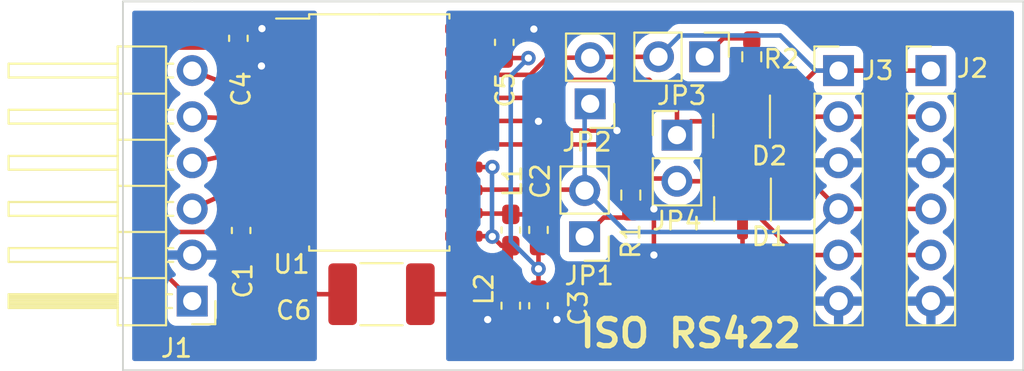
<source format=kicad_pcb>
(kicad_pcb (version 20221231) (generator pcbnew)
  (layers (0 "F.Cu" signal) (31 "B.Cu" signal) (34 "B.Paste" user) (35 "F.Paste" user) (36 "B.SilkS" user "B.Silkscreen") (37 "F.SilkS" user "F.Silkscreen") (38 "B.Mask" user) (39 "F.Mask" user) (44 "Edge.Cuts" user))
  (net 0 "")
  (net 1 "GND")
  (net 2 "/VCC")
  (net 3 "Net-(U1-Visoout)")
  (net 4 "Net-(U1-GND2)")
  (net 5 "Net-(U1-Visoin)")
  (net 6 "GND1")
  (net 7 "Net-(D1-A1)")
  (net 8 "Net-(D1-A2)")
  (net 9 "Net-(D2-A1)")
  (net 10 "Net-(D2-A2)")
  (net 11 "/RX")
  (net 12 "/~{RE}")
  (net 13 "/DE")
  (net 14 "/TX")
  (net 15 "Net-(JP1-A)")
  (net 16 "Net-(JP3-A)")
  (footprint "Resistor_SMD:R_0603_1608Metric_Pad0.98x0.95mm_HandSolder" (layer "F.Cu") (at 124.7648 55.118 -90)
    (fp_text reference "R2" (at 0.127 -1.6256 180) (layer "F.SilkS"))
    (fp_text value "120")
    (fp_line (start -0.254724 -0.5225) (end 0.254724 -0.5225) (stroke (width 0.12)) (layer "F.SilkS"))
    (fp_line (start -0.254724 0.5225) (end 0.254724 0.5225) (stroke (width 0.12)) (layer "F.SilkS"))
    (pad "1" smd roundrect (at -0.9125 0 270) (size 0.975 0.95) (layers "F.Cu" "F.Paste" "F.Mask") (net 16 "Net-(JP3-A)"))
    (pad "2" smd roundrect (at 0.9125 0 270) (size 0.975 0.95) (layers "F.Cu" "F.Paste" "F.Mask") (net 10 "Net-(D2-A2)"))
  )
  (footprint "Capacitor_SMD:C_1812_4532Metric_Pad1.57x3.40mm_HandSolder" (layer "F.Cu") (at 104.394 68.199)
    (fp_text reference "C6" (at -4.826 0.889) (layer "F.SilkS"))
    (fp_text value "100p")
    (fp_line (start -1.161252 -1.71) (end 1.161252 -1.71) (stroke (width 0.12)) (layer "F.SilkS"))
    (fp_line (start -1.161252 1.71) (end 1.161252 1.71) (stroke (width 0.12)) (layer "F.SilkS"))
    (pad "1" smd roundrect (at -2.1375 0) (size 1.575 3.4) (layers "F.Cu" "F.Paste" "F.Mask") (roundrect_rratio 0.15873) (net 1 "GND"))
    (pad "2" smd roundrect (at 2.1375 0) (size 1.575 3.4) (layers "F.Cu" "F.Paste" "F.Mask") (roundrect_rratio 0.15873) (net 4 "Net-(U1-GND2)"))
  )
  (footprint "Inductor_SMD:L_0603_1608Metric_Pad1.05x0.95mm_HandSolder" (layer "F.Cu") (at 111.506 68.834 90)
    (fp_text reference "L2" (at 0.9144 -1.4732 90) (layer "F.SilkS"))
    (fp_text value "L")
    (fp_line (start -0.171267 -0.51) (end 0.171267 -0.51) (stroke (width 0.12)) (layer "F.SilkS"))
    (fp_line (start -0.171267 0.51) (end 0.171267 0.51) (stroke (width 0.12)) (layer "F.SilkS"))
    (pad "1" smd roundrect (at -0.875 0 90) (size 1.05 0.95) (layers "F.Cu" "F.Paste" "F.Mask") (net 6 "GND1"))
    (pad "2" smd roundrect (at 0.875 0 90) (size 1.05 0.95) (layers "F.Cu" "F.Paste" "F.Mask") (net 4 "Net-(U1-GND2)"))
  )
  (footprint "Resistor_SMD:R_0603_1608Metric_Pad0.98x0.95mm_HandSolder" (layer "F.Cu") (at 118.11 62.738 90)
    (fp_text reference "R1" (at -2.54 0 270) (layer "F.SilkS"))
    (fp_text value "120")
    (fp_line (start -0.254724 -0.5225) (end 0.254724 -0.5225) (stroke (width 0.12)) (layer "F.SilkS"))
    (fp_line (start -0.254724 0.5225) (end 0.254724 0.5225) (stroke (width 0.12)) (layer "F.SilkS"))
    (pad "1" smd roundrect (at -0.9125 0 90) (size 0.975 0.95) (layers "F.Cu" "F.Paste" "F.Mask") (net 15 "Net-(JP1-A)"))
    (pad "2" smd roundrect (at 0.9125 0 90) (size 0.975 0.95) (layers "F.Cu" "F.Paste" "F.Mask") (net 8 "Net-(D1-A2)"))
  )
  (footprint "Connector_PinHeader_2.54mm:PinHeader_1x06_P2.54mm_Vertical" (layer "F.Cu") (at 134.62 55.88)
    (fp_text reference "J2" (at 2.286 -0.127) (layer "F.SilkS"))
    (fp_text value "OUT")
    (fp_line (start -1.33 -1.33) (end 0 -1.33) (stroke (width 0.12)) (layer "F.SilkS"))
    (fp_line (start -1.33 0) (end -1.33 -1.33) (stroke (width 0.12)) (layer "F.SilkS"))
    (fp_line (start -1.33 1.27) (end -1.33 14.03) (stroke (width 0.12)) (layer "F.SilkS"))
    (fp_line (start -1.33 1.27) (end 1.33 1.27) (stroke (width 0.12)) (layer "F.SilkS"))
    (fp_line (start -1.33 14.03) (end 1.33 14.03) (stroke (width 0.12)) (layer "F.SilkS"))
    (fp_line (start 1.33 1.27) (end 1.33 14.03) (stroke (width 0.12)) (layer "F.SilkS"))
    (pad "1" thru_hole rect (at 0 0) (size 1.7 1.7) (drill 1) (layers *.Cu *.Mask) (net 9 "Net-(D2-A1)"))
    (pad "2" thru_hole oval (at 0 2.54) (size 1.7 1.7) (drill 1) (layers *.Cu *.Mask) (net 10 "Net-(D2-A2)"))
    (pad "3" thru_hole oval (at 0 5.08) (size 1.7 1.7) (drill 1) (layers *.Cu *.Mask) (net 6 "GND1"))
    (pad "4" thru_hole oval (at 0 7.62) (size 1.7 1.7) (drill 1) (layers *.Cu *.Mask) (net 7 "Net-(D1-A1)"))
    (pad "5" thru_hole oval (at 0 10.16) (size 1.7 1.7) (drill 1) (layers *.Cu *.Mask) (net 8 "Net-(D1-A2)"))
    (pad "6" thru_hole oval (at 0 12.7) (size 1.7 1.7) (drill 1) (layers *.Cu *.Mask) (net 6 "GND1"))
  )
  (footprint "Capacitor_SMD:C_0603_1608Metric_Pad1.08x0.95mm_HandSolder" (layer "F.Cu") (at 96.6714 64.6874 90)
    (fp_text reference "C1" (at -2.775 0.1026 90) (layer "F.SilkS"))
    (fp_text value "10u")
    (fp_line (start -0.146267 -0.51) (end 0.146267 -0.51) (stroke (width 0.12)) (layer "F.SilkS"))
    (fp_line (start -0.146267 0.51) (end 0.146267 0.51) (stroke (width 0.12)) (layer "F.SilkS"))
    (pad "1" smd roundrect (at -0.8625 0 90) (size 1.075 0.95) (layers "F.Cu" "F.Paste" "F.Mask") (net 1 "GND"))
    (pad "2" smd roundrect (at 0.8625 0 90) (size 1.075 0.95) (layers "F.Cu" "F.Paste" "F.Mask") (net 2 "/VCC"))
  )
  (footprint "Connector_PinHeader_2.54mm:PinHeader_1x02_P2.54mm_Vertical" (layer "F.Cu") (at 115.8748 57.7088 180)
    (fp_text reference "JP2" (at 0.1778 -2.1082 180) (layer "F.SilkS"))
    (fp_text value "A-Y")
    (fp_line (start -1.33 -1.33) (end 0 -1.33) (stroke (width 0.12)) (layer "F.SilkS"))
    (fp_line (start -1.33 0) (end -1.33 -1.33) (stroke (width 0.12)) (layer "F.SilkS"))
    (fp_line (start -1.33 1.27) (end -1.33 3.87) (stroke (width 0.12)) (layer "F.SilkS"))
    (fp_line (start -1.33 1.27) (end 1.33 1.27) (stroke (width 0.12)) (layer "F.SilkS"))
    (fp_line (start -1.33 3.87) (end 1.33 3.87) (stroke (width 0.12)) (layer "F.SilkS"))
    (fp_line (start 1.33 1.27) (end 1.33 3.87) (stroke (width 0.12)) (layer "F.SilkS"))
    (pad "1" thru_hole rect (at 0 0 180) (size 1.7 1.7) (drill 1) (layers *.Cu *.Mask) (net 7 "Net-(D1-A1)"))
    (pad "2" thru_hole oval (at 0 2.54 180) (size 1.7 1.7) (drill 1) (layers *.Cu *.Mask) (net 9 "Net-(D2-A1)"))
  )
  (footprint "Package_TO_SOT_SMD:SOT-23" (layer "F.Cu") (at 124.2568 63.5 -90)
    (fp_text reference "D1" (at 1.524 -1.4732 180) (layer "F.SilkS"))
    (fp_text value "SM712_SOT23")
    (fp_line (start 0 -1.56) (end -1.675 -1.56) (stroke (width 0.12)) (layer "F.SilkS"))
    (fp_line (start 0 -1.56) (end 0.65 -1.56) (stroke (width 0.12)) (layer "F.SilkS"))
    (fp_line (start 0 1.56) (end -0.65 1.56) (stroke (width 0.12)) (layer "F.SilkS"))
    (fp_line (start 0 1.56) (end 0.65 1.56) (stroke (width 0.12)) (layer "F.SilkS"))
    (pad "1" smd roundrect (at -0.9375 -0.95 270) (size 1.475 0.6) (layers "F.Cu" "F.Paste" "F.Mask") (net 7 "Net-(D1-A1)"))
    (pad "2" smd roundrect (at -0.9375 0.95 270) (size 1.475 0.6) (layers "F.Cu" "F.Paste" "F.Mask") (net 8 "Net-(D1-A2)"))
    (pad "3" smd roundrect (at 0.9375 0 270) (size 1.475 0.6) (layers "F.Cu" "F.Paste" "F.Mask") (net 6 "GND1"))
  )
  (footprint "Package_SO:SOIC-20W_7.5x12.8mm_P1.27mm" (layer "F.Cu") (at 104.2728 59.2882)
    (fp_text reference "U1" (at -4.8318 7.2598) (layer "F.SilkS"))
    (fp_text value "ADM2587E")
    (fp_line (start -3.86 -6.51) (end -3.86 -6.275) (stroke (width 0.12)) (layer "F.SilkS"))
    (fp_line (start -3.86 -6.275) (end -5.675 -6.275) (stroke (width 0.12)) (layer "F.SilkS"))
    (fp_line (start -3.86 6.51) (end -3.86 6.275) (stroke (width 0.12)) (layer "F.SilkS"))
    (fp_line (start 0 -6.51) (end -3.86 -6.51) (stroke (width 0.12)) (layer "F.SilkS"))
    (fp_line (start 0 -6.51) (end 3.86 -6.51) (stroke (width 0.12)) (layer "F.SilkS"))
    (fp_line (start 0 6.51) (end -3.86 6.51) (stroke (width 0.12)) (layer "F.SilkS"))
    (fp_line (start 0 6.51) (end 3.86 6.51) (stroke (width 0.12)) (layer "F.SilkS"))
    (fp_line (start 3.86 -6.51) (end 3.86 -6.275) (stroke (width 0.12)) (layer "F.SilkS"))
    (fp_line (start 3.86 6.51) (end 3.86 6.275) (stroke (width 0.12)) (layer "F.SilkS"))
    (pad "1" smd roundrect (at -4.65 -5.715) (size 2.05 0.6) (layers "F.Cu" "F.Paste" "F.Mask") (net 1 "GND"))
    (pad "2" smd roundrect (at -4.65 -4.445) (size 2.05 0.6) (layers "F.Cu" "F.Paste" "F.Mask") (net 2 "/VCC"))
    (pad "3" smd roundrect (at -4.65 -3.175) (size 2.05 0.6) (layers "F.Cu" "F.Paste" "F.Mask") (net 1 "GND"))
    (pad "4" smd roundrect (at -4.65 -1.905) (size 2.05 0.6) (layers "F.Cu" "F.Paste" "F.Mask") (net 11 "/RX"))
    (pad "5" smd roundrect (at -4.65 -0.635) (size 2.05 0.6) (layers "F.Cu" "F.Paste" "F.Mask") (net 12 "/~{RE}"))
    (pad "6" smd roundrect (at -4.65 0.635) (size 2.05 0.6) (layers "F.Cu" "F.Paste" "F.Mask") (net 13 "/DE"))
    (pad "7" smd roundrect (at -4.65 1.905) (size 2.05 0.6) (layers "F.Cu" "F.Paste" "F.Mask") (net 14 "/TX"))
    (pad "8" smd roundrect (at -4.65 3.175) (size 2.05 0.6) (layers "F.Cu" "F.Paste" "F.Mask") (net 2 "/VCC"))
    (pad "9" smd roundrect (at -4.65 4.445) (size 2.05 0.6) (layers "F.Cu" "F.Paste" "F.Mask") (net 1 "GND"))
    (pad "10" smd roundrect (at -4.65 5.715) (size 2.05 0.6) (layers "F.Cu" "F.Paste" "F.Mask") (net 1 "GND"))
    (pad "11" smd roundrect (at 4.65 5.715) (size 2.05 0.6) (layers "F.Cu" "F.Paste" "F.Mask") (net 4 "Net-(U1-GND2)"))
    (pad "12" smd roundrect (at 4.65 4.445) (size 2.05 0.6) (layers "F.Cu" "F.Paste" "F.Mask") (net 3 "Net-(U1-Visoout)"))
    (pad "13" smd roundrect (at 4.65 3.175) (size 2.05 0.6) (layers "F.Cu" "F.Paste" "F.Mask") (net 7 "Net-(D1-A1)"))
    (pad "14" smd roundrect (at 4.65 1.905) (size 2.05 0.6) (layers "F.Cu" "F.Paste" "F.Mask") (net 4 "Net-(U1-GND2)"))
    (pad "15" smd roundrect (at 4.65 0.635) (size 2.05 0.6) (layers "F.Cu" "F.Paste" "F.Mask") (net 8 "Net-(D1-A2)"))
    (pad "16" smd roundrect (at 4.65 -0.635) (size 2.05 0.6) (layers "F.Cu" "F.Paste" "F.Mask") (net 6 "GND1"))
    (pad "17" smd roundrect (at 4.65 -1.905) (size 2.05 0.6) (layers "F.Cu" "F.Paste" "F.Mask") (net 10 "Net-(D2-A2)"))
    (pad "18" smd roundrect (at 4.65 -3.175) (size 2.05 0.6) (layers "F.Cu" "F.Paste" "F.Mask") (net 9 "Net-(D2-A1)"))
    (pad "19" smd roundrect (at 4.65 -4.445) (size 2.05 0.6) (layers "F.Cu" "F.Paste" "F.Mask") (net 5 "Net-(U1-Visoin)"))
    (pad "20" smd roundrect (at 4.65 -5.715) (size 2.05 0.6) (layers "F.Cu" "F.Paste" "F.Mask") (net 6 "GND1"))
  )
  (footprint "Connector_PinHeader_2.54mm:PinHeader_1x06_P2.54mm_Vertical" (layer "F.Cu") (at 129.54 55.88)
    (fp_text reference "J3" (at 2.159 0) (layer "F.SilkS"))
    (fp_text value "OUT")
    (fp_line (start -1.33 -1.33) (end 0 -1.33) (stroke (width 0.12)) (layer "F.SilkS"))
    (fp_line (start -1.33 0) (end -1.33 -1.33) (stroke (width 0.12)) (layer "F.SilkS"))
    (fp_line (start -1.33 1.27) (end -1.33 14.03) (stroke (width 0.12)) (layer "F.SilkS"))
    (fp_line (start -1.33 1.27) (end 1.33 1.27) (stroke (width 0.12)) (layer "F.SilkS"))
    (fp_line (start -1.33 14.03) (end 1.33 14.03) (stroke (width 0.12)) (layer "F.SilkS"))
    (fp_line (start 1.33 1.27) (end 1.33 14.03) (stroke (width 0.12)) (layer "F.SilkS"))
    (pad "1" thru_hole rect (at 0 0) (size 1.7 1.7) (drill 1) (layers *.Cu *.Mask) (net 9 "Net-(D2-A1)"))
    (pad "2" thru_hole oval (at 0 2.54) (size 1.7 1.7) (drill 1) (layers *.Cu *.Mask) (net 10 "Net-(D2-A2)"))
    (pad "3" thru_hole oval (at 0 5.08) (size 1.7 1.7) (drill 1) (layers *.Cu *.Mask) (net 6 "GND1"))
    (pad "4" thru_hole oval (at 0 7.62) (size 1.7 1.7) (drill 1) (layers *.Cu *.Mask) (net 7 "Net-(D1-A1)"))
    (pad "5" thru_hole oval (at 0 10.16) (size 1.7 1.7) (drill 1) (layers *.Cu *.Mask) (net 8 "Net-(D1-A2)"))
    (pad "6" thru_hole oval (at 0 12.7) (size 1.7 1.7) (drill 1) (layers *.Cu *.Mask) (net 6 "GND1"))
  )
  (footprint "Package_TO_SOT_SMD:SOT-23" (layer "F.Cu") (at 124.206 58.928 -90)
    (fp_text reference "D2" (at 1.651 -1.524) (layer "F.SilkS"))
    (fp_text value "SM712_SOT23")
    (fp_line (start 0 -1.56) (end -1.675 -1.56) (stroke (width 0.12)) (layer "F.SilkS"))
    (fp_line (start 0 -1.56) (end 0.65 -1.56) (stroke (width 0.12)) (layer "F.SilkS"))
    (fp_line (start 0 1.56) (end -0.65 1.56) (stroke (width 0.12)) (layer "F.SilkS"))
    (fp_line (start 0 1.56) (end 0.65 1.56) (stroke (width 0.12)) (layer "F.SilkS"))
    (pad "1" smd roundrect (at -0.9375 -0.95 270) (size 1.475 0.6) (layers "F.Cu" "F.Paste" "F.Mask") (net 9 "Net-(D2-A1)"))
    (pad "2" smd roundrect (at -0.9375 0.95 270) (size 1.475 0.6) (layers "F.Cu" "F.Paste" "F.Mask") (net 10 "Net-(D2-A2)"))
    (pad "3" smd roundrect (at 0.9375 0 270) (size 1.475 0.6) (layers "F.Cu" "F.Paste" "F.Mask") (net 6 "GND1"))
  )
  (footprint "Inductor_SMD:L_0603_1608Metric_Pad1.05x0.95mm_HandSolder" (layer "F.Cu") (at 113.03 64.657 90)
    (fp_text reference "L1" (at 2.681 -1.43 90) (layer "F.SilkS"))
    (fp_text value "L")
    (fp_line (start -0.171267 -0.51) (end 0.171267 -0.51) (stroke (width 0.12)) (layer "F.SilkS"))
    (fp_line (start -0.171267 0.51) (end 0.171267 0.51) (stroke (width 0.12)) (layer "F.SilkS"))
    (pad "1" smd roundrect (at -0.875 0 90) (size 1.05 0.95) (layers "F.Cu" "F.Paste" "F.Mask") (net 5 "Net-(U1-Visoin)"))
    (pad "2" smd roundrect (at 0.875 0 90) (size 1.05 0.95) (layers "F.Cu" "F.Paste" "F.Mask") (net 3 "Net-(U1-Visoout)"))
  )
  (footprint "Connector_PinHeader_2.54mm:PinHeader_1x02_P2.54mm_Vertical" (layer "F.Cu") (at 122.174 55.118 -90)
    (fp_text reference "JP3" (at 2.1336 1.27 180) (layer "F.SilkS"))
    (fp_text value "T_IN")
    (fp_line (start -1.33 -1.33) (end 0 -1.33) (stroke (width 0.12)) (layer "F.SilkS"))
    (fp_line (start -1.33 0) (end -1.33 -1.33) (stroke (width 0.12)) (layer "F.SilkS"))
    (fp_line (start -1.33 1.27) (end -1.33 3.87) (stroke (width 0.12)) (layer "F.SilkS"))
    (fp_line (start -1.33 1.27) (end 1.33 1.27) (stroke (width 0.12)) (layer "F.SilkS"))
    (fp_line (start -1.33 3.87) (end 1.33 3.87) (stroke (width 0.12)) (layer "F.SilkS"))
    (fp_line (start 1.33 1.27) (end 1.33 3.87) (stroke (width 0.12)) (layer "F.SilkS"))
    (pad "1" thru_hole rect (at 0 0 270) (size 1.7 1.7) (drill 1) (layers *.Cu *.Mask) (net 16 "Net-(JP3-A)"))
    (pad "2" thru_hole oval (at 0 2.54 270) (size 1.7 1.7) (drill 1) (layers *.Cu *.Mask) (net 9 "Net-(D2-A1)"))
  )
  (footprint "Capacitor_SMD:C_0603_1608Metric_Pad1.08x0.95mm_HandSolder" (layer "F.Cu") (at 96.52 54.102 90)
    (fp_text reference "C4" (at -2.794 0.1524 90) (layer "F.SilkS"))
    (fp_text value "0.1u")
    (fp_line (start -0.146267 -0.51) (end 0.146267 -0.51) (stroke (width 0.12)) (layer "F.SilkS"))
    (fp_line (start -0.146267 0.51) (end 0.146267 0.51) (stroke (width 0.12)) (layer "F.SilkS"))
    (pad "1" smd roundrect (at -0.8625 0 90) (size 1.075 0.95) (layers "F.Cu" "F.Paste" "F.Mask") (net 2 "/VCC"))
    (pad "2" smd roundrect (at 0.8625 0 90) (size 1.075 0.95) (layers "F.Cu" "F.Paste" "F.Mask") (net 1 "GND"))
  )
  (footprint "Capacitor_SMD:C_0603_1608Metric_Pad1.08x0.95mm_HandSolder" (layer "F.Cu") (at 111.509 64.6631 -90)
    (fp_text reference "C2" (at -2.6871 -1.6226 90) (layer "F.SilkS"))
    (fp_text value "0.1u")
    (fp_line (start -0.146267 -0.51) (end 0.146267 -0.51) (stroke (width 0.12)) (layer "F.SilkS"))
    (fp_line (start -0.146267 0.51) (end 0.146267 0.51) (stroke (width 0.12)) (layer "F.SilkS"))
    (pad "1" smd roundrect (at -0.8625 0 270) (size 1.075 0.95) (layers "F.Cu" "F.Paste" "F.Mask") (net 3 "Net-(U1-Visoout)"))
    (pad "2" smd roundrect (at 0.8625 0 270) (size 1.075 0.95) (layers "F.Cu" "F.Paste" "F.Mask") (net 4 "Net-(U1-GND2)"))
  )
  (footprint "Capacitor_SMD:C_0603_1608Metric_Pad1.08x0.95mm_HandSolder" (layer "F.Cu") (at 111.1491 54.324 90)
    (fp_text reference "C5" (at -2.6228 0.0521 90) (layer "F.SilkS"))
    (fp_text value "0.1u")
    (fp_line (start -0.146267 -0.51) (end 0.146267 -0.51) (stroke (width 0.12)) (layer "F.SilkS"))
    (fp_line (start -0.146267 0.51) (end 0.146267 0.51) (stroke (width 0.12)) (layer "F.SilkS"))
    (pad "1" smd roundrect (at -0.8625 0 90) (size 1.075 0.95) (layers "F.Cu" "F.Paste" "F.Mask") (net 5 "Net-(U1-Visoin)"))
    (pad "2" smd roundrect (at 0.8625 0 90) (size 1.075 0.95) (layers "F.Cu" "F.Paste" "F.Mask") (net 6 "GND1"))
  )
  (footprint "Connector_PinHeader_2.54mm:PinHeader_1x06_P2.54mm_Horizontal" (layer "F.Cu") (at 93.98 68.58 180)
    (fp_text reference "J1" (at 0.8636 -2.5908) (layer "F.SilkS"))
    (fp_text value "PMOD")
    (fp_line (start -1.27 -1.27) (end 0 -1.27) (stroke (width 0.12)) (layer "F.SilkS"))
    (fp_line (start -1.27 0) (end -1.27 -1.27) (stroke (width 0.12)) (layer "F.SilkS"))
    (fp_line (start 1.042929 2.16) (end 1.44 2.16) (stroke (width 0.12)) (layer "F.SilkS"))
    (fp_line (start 1.042929 2.92) (end 1.44 2.92) (stroke (width 0.12)) (layer "F.SilkS"))
    (fp_line (start 1.042929 4.7) (end 1.44 4.7) (stroke (width 0.12)) (layer "F.SilkS"))
    (fp_line (start 1.042929 5.46) (end 1.44 5.46) (stroke (width 0.12)) (layer "F.SilkS"))
    (fp_line (start 1.042929 7.24) (end 1.44 7.24) (stroke (width 0.12)) (layer "F.SilkS"))
    (fp_line (start 1.042929 8) (end 1.44 8) (stroke (width 0.12)) (layer "F.SilkS"))
    (fp_line (start 1.042929 9.78) (end 1.44 9.78) (stroke (width 0.12)) (layer "F.SilkS"))
    (fp_line (start 1.042929 10.54) (end 1.44 10.54) (stroke (width 0.12)) (layer "F.SilkS"))
    (fp_line (start 1.042929 12.32) (end 1.44 12.32) (stroke (width 0.12)) (layer "F.SilkS"))
    (fp_line (start 1.042929 13.08) (end 1.44 13.08) (stroke (width 0.12)) (layer "F.SilkS"))
    (fp_line (start 1.11 -0.38) (end 1.44 -0.38) (stroke (width 0.12)) (layer "F.SilkS"))
    (fp_line (start 1.11 0.38) (end 1.44 0.38) (stroke (width 0.12)) (layer "F.SilkS"))
    (fp_line (start 1.44 -1.33) (end 1.44 14.03) (stroke (width 0.12)) (layer "F.SilkS"))
    (fp_line (start 1.44 1.27) (end 4.1 1.27) (stroke (width 0.12)) (layer "F.SilkS"))
    (fp_line (start 1.44 3.81) (end 4.1 3.81) (stroke (width 0.12)) (layer "F.SilkS"))
    (fp_line (start 1.44 6.35) (end 4.1 6.35) (stroke (width 0.12)) (layer "F.SilkS"))
    (fp_line (start 1.44 8.89) (end 4.1 8.89) (stroke (width 0.12)) (layer "F.SilkS"))
    (fp_line (start 1.44 11.43) (end 4.1 11.43) (stroke (width 0.12)) (layer "F.SilkS"))
    (fp_line (start 1.44 14.03) (end 4.1 14.03) (stroke (width 0.12)) (layer "F.SilkS"))
    (fp_line (start 4.1 -1.33) (end 1.44 -1.33) (stroke (width 0.12)) (layer "F.SilkS"))
    (fp_line (start 4.1 -0.38) (end 10.1 -0.38) (stroke (width 0.12)) (layer "F.SilkS"))
    (fp_line (start 4.1 -0.32) (end 10.1 -0.32) (stroke (width 0.12)) (layer "F.SilkS"))
    (fp_line (start 4.1 -0.2) (end 10.1 -0.2) (stroke (width 0.12)) (layer "F.SilkS"))
    (fp_line (start 4.1 -0.08) (end 10.1 -0.08) (stroke (width 0.12)) (layer "F.SilkS"))
    (fp_line (start 4.1 0.04) (end 10.1 0.04) (stroke (width 0.12)) (layer "F.SilkS"))
    (fp_line (start 4.1 0.16) (end 10.1 0.16) (stroke (width 0.12)) (layer "F.SilkS"))
    (fp_line (start 4.1 0.28) (end 10.1 0.28) (stroke (width 0.12)) (layer "F.SilkS"))
    (fp_line (start 4.1 2.16) (end 10.1 2.16) (stroke (width 0.12)) (layer "F.SilkS"))
    (fp_line (start 4.1 4.7) (end 10.1 4.7) (stroke (width 0.12)) (layer "F.SilkS"))
    (fp_line (start 4.1 7.24) (end 10.1 7.24) (stroke (width 0.12)) (layer "F.SilkS"))
    (fp_line (start 4.1 9.78) (end 10.1 9.78) (stroke (width 0.12)) (layer "F.SilkS"))
    (fp_line (start 4.1 12.32) (end 10.1 12.32) (stroke (width 0.12)) (layer "F.SilkS"))
    (fp_line (start 4.1 14.03) (end 4.1 -1.33) (stroke (width 0.12)) (layer "F.SilkS"))
    (fp_line (start 10.1 -0.38) (end 10.1 0.38) (stroke (width 0.12)) (layer "F.SilkS"))
    (fp_line (start 10.1 0.38) (end 4.1 0.38) (stroke (width 0.12)) (layer "F.SilkS"))
    (fp_line (start 10.1 2.16) (end 10.1 2.92) (stroke (width 0.12)) (layer "F.SilkS"))
    (fp_line (start 10.1 2.92) (end 4.1 2.92) (stroke (width 0.12)) (layer "F.SilkS"))
    (fp_line (start 10.1 4.7) (end 10.1 5.46) (stroke (width 0.12)) (layer "F.SilkS"))
    (fp_line (start 10.1 5.46) (end 4.1 5.46) (stroke (width 0.12)) (layer "F.SilkS"))
    (fp_line (start 10.1 7.24) (end 10.1 8) (stroke (width 0.12)) (layer "F.SilkS"))
    (fp_line (start 10.1 8) (end 4.1 8) (stroke (width 0.12)) (layer "F.SilkS"))
    (fp_line (start 10.1 9.78) (end 10.1 10.54) (stroke (width 0.12)) (layer "F.SilkS"))
    (fp_line (start 10.1 10.54) (end 4.1 10.54) (stroke (width 0.12)) (layer "F.SilkS"))
    (fp_line (start 10.1 12.32) (end 10.1 13.08) (stroke (width 0.12)) (layer "F.SilkS"))
    (fp_line (start 10.1 13.08) (end 4.1 13.08) (stroke (width 0.12)) (layer "F.SilkS"))
    (pad "1" thru_hole rect (at 0 0 180) (size 1.7 1.7) (drill 1) (layers *.Cu *.Mask) (net 2 "/VCC"))
    (pad "2" thru_hole oval (at 0 2.54 180) (size 1.7 1.7) (drill 1) (layers *.Cu *.Mask) (net 1 "GND"))
    (pad "3" thru_hole oval (at 0 5.08 180) (size 1.7 1.7) (drill 1) (layers *.Cu *.Mask) (net 14 "/TX"))
    (pad "4" thru_hole oval (at 0 7.62 180) (size 1.7 1.7) (drill 1) (layers *.Cu *.Mask) (net 13 "/DE"))
    (pad "5" thru_hole oval (at 0 10.16 180) (size 1.7 1.7) (drill 1) (layers *.Cu *.Mask) (net 12 "/~{RE}"))
    (pad "6" thru_hole oval (at 0 12.7 180) (size 1.7 1.7) (drill 1) (layers *.Cu *.Mask) (net 11 "/RX"))
  )
  (footprint "Connector_PinHeader_2.54mm:PinHeader_1x02_P2.54mm_Vertical" (layer "F.Cu") (at 115.57 65.029 180)
    (fp_text reference "JP1" (at -0.254 -2.154) (layer "F.SilkS"))
    (fp_text value "T_OUT")
    (fp_line (start -1.33 -1.33) (end 0 -1.33) (stroke (width 0.12)) (layer "F.SilkS"))
    (fp_line (start -1.33 0) (end -1.33 -1.33) (stroke (width 0.12)) (layer "F.SilkS"))
    (fp_line (start -1.33 1.27) (end -1.33 3.87) (stroke (width 0.12)) (layer "F.SilkS"))
    (fp_line (start -1.33 1.27) (end 1.33 1.27) (stroke (width 0.12)) (layer "F.SilkS"))
    (fp_line (start -1.33 3.87) (end 1.33 3.87) (stroke (width 0.12)) (layer "F.SilkS"))
    (fp_line (start 1.33 1.27) (end 1.33 3.87) (stroke (width 0.12)) (layer "F.SilkS"))
    (pad "1" thru_hole rect (at 0 0 180) (size 1.7 1.7) (drill 1) (layers *.Cu *.Mask) (net 15 "Net-(JP1-A)"))
    (pad "2" thru_hole oval (at 0 2.54 180) (size 1.7 1.7) (drill 1) (layers *.Cu *.Mask) (net 7 "Net-(D1-A1)"))
  )
  (footprint "Capacitor_SMD:C_0603_1608Metric_Pad1.08x0.95mm_HandSolder" (layer "F.Cu") (at 113.03 68.834 -90)
    (fp_text reference "C3" (at 0.127 -2.1844 -90) (layer "F.SilkS"))
    (fp_text value "10u")
    (fp_line (start -0.146267 -0.51) (end 0.146267 -0.51) (stroke (width 0.12)) (layer "F.SilkS"))
    (fp_line (start -0.146267 0.51) (end 0.146267 0.51) (stroke (width 0.12)) (layer "F.SilkS"))
    (pad "1" smd roundrect (at -0.8625 0 270) (size 1.075 0.95) (layers "F.Cu" "F.Paste" "F.Mask") (net 5 "Net-(U1-Visoin)"))
    (pad "2" smd roundrect (at 0.8625 0 270) (size 1.075 0.95) (layers "F.Cu" "F.Paste" "F.Mask") (net 6 "GND1"))
  )
  (footprint "Connector_PinHeader_2.54mm:PinHeader_1x02_P2.54mm_Vertical" (layer "F.Cu") (at 120.65 59.436)
    (fp_text reference "JP4" (at 0 4.7244 180) (layer "F.SilkS"))
    (fp_text value "B-Z")
    (fp_line (start -1.33 -1.33) (end 0 -1.33) (stroke (width 0.12)) (layer "F.SilkS"))
    (fp_line (start -1.33 0) (end -1.33 -1.33) (stroke (width 0.12)) (layer "F.SilkS"))
    (fp_line (start -1.33 1.27) (end -1.33 3.87) (stroke (width 0.12)) (layer "F.SilkS"))
    (fp_line (start -1.33 1.27) (end 1.33 1.27) (stroke (width 0.12)) (layer "F.SilkS"))
    (fp_line (start -1.33 3.87) (end 1.33 3.87) (stroke (width 0.12)) (layer "F.SilkS"))
    (fp_line (start 1.33 1.27) (end 1.33 3.87) (stroke (width 0.12)) (layer "F.SilkS"))
    (pad "1" thru_hole rect (at 0 0) (size 1.7 1.7) (drill 1) (layers *.Cu *.Mask) (net 10 "Net-(D2-A2)"))
    (pad "2" thru_hole oval (at 0 2.54) (size 1.7 1.7) (drill 1) (layers *.Cu *.Mask) (net 8 "Net-(D1-A2)"))
  )
  (gr_line (start 139.7 52.07) (end 93.98 52.07) (stroke (width 0.1)) (layer "Edge.Cuts"))
  (gr_line (start 139.7 72.39) (end 139.7 52.07) (stroke (width 0.1)) (layer "Edge.Cuts"))
  (gr_line (start 93.98 52.07) (end 90.17 52.07) (stroke (width 0.1)) (layer "Edge.Cuts"))
  (gr_line (start 90.17 52.07) (end 90.17 72.39) (stroke (width 0.1)) (layer "Edge.Cuts"))
  (gr_line (start 90.17 72.39) (end 139.7 72.39) (stroke (width 0.1)) (layer "Edge.Cuts"))
  (gr_text "ISO RS422" (at 121.412 70.358) (layer "F.SilkS") (effects (font (size 1.5 1.5) (thickness 0.3) bold)))
  (segment (start 99.6228 64.0338) (end 99.6228 63.9088) (width 0.25) (layer "F.Cu") (net 1))
  (segment (start 97.79 55.626) (end 98.298 56.134) (width 0.25) (layer "F.Cu") (net 1))
  (segment (start 97.1412 65.2039) (end 97.1466 65.2035) (width 0.25) (layer "F.Cu") (net 1))
  (segment (start 98.6011 65.1822) (end 98.6029 65.182) (width 0.25) (layer "F.Cu") (net 1))
  (segment (start 96.2045 65.8955) (end 96.6714 65.5499) (width 0.25) (layer "F.Cu") (net 1))
  (segment (start 96.1985 65.8962) (end 96.2018 65.8959) (width 0.25) (layer "F.Cu") (net 1))
  (segment (start 99.6228 53.5732) (end 98.7222 53.5669) (width 0.25) (layer "F.Cu") (net 1))
  (segment (start 99.6228 65.0032) (end 99.6228 64.8276) (width 0.25) (layer "F.Cu") (net 1))
  (segment (start 97.307 53.5669) (end 96.9561 53.5606) (width 0.25) (layer "F.Cu") (net 1))
  (segment (start 98.5972 53.5669) (end 97.8171 53.5669) (width 0.25) (layer "F.Cu") (net 1))
  (segment (start 98.7222 53.5669) (end 98.5972 53.5669) (width 0.25) (layer "F.Cu") (net 1))
  (segment (start 102.2565 68.199) (end 100.838 68.199) (width 0.25) (layer "F.Cu") (net 1))
  (segment (start 98.298 56.134) (end 99.602 56.134) (width 0.25) (layer "F.Cu") (net 1))
  (segment (start 99.602 56.134) (end 99.6228 56.1132) (width 0.25) (layer "F.Cu") (net 1))
  (segment (start 98.5976 65.1825) (end 98.6011 65.1822) (width 0.25) (layer "F.Cu") (net 1))
  (segment (start 99.6228 64.8276) (end 99.6228 64.7026) (width 0.25) (layer "F.Cu") (net 1))
  (segment (start 99.6228 66.9838) (end 99.6228 65.0032) (width 0.25) (layer "F.Cu") (net 1))
  (segment (start 96.6714 65.5499) (end 97.1382 65.2043) (width 0.25) (layer "F.Cu") (net 1))
  (segment (start 98.6029 65.182) (end 99.6228 65.0032) (width 0.25) (layer "F.Cu") (net 1))
  (segment (start 97.8171 53.5669) (end 97.432 53.5669) (width 0.25) (layer "F.Cu") (net 1))
  (segment (start 99.6228 64.7026) (end 99.6228 64.0338) (width 0.25) (layer "F.Cu") (net 1))
  (segment (start 97.1466 65.2035) (end 98.5976 65.1825) (width 0.25) (layer "F.Cu") (net 1))
  (segment (start 96.2018 65.8959) (end 96.2045 65.8955) (width 0.25) (layer "F.Cu") (net 1))
  (segment (start 93.98 66.04) (end 96.1985 65.8962) (width 0.25) (layer "F.Cu") (net 1))
  (segment (start 97.432 53.5669) (end 97.307 53.5669) (width 0.25) (layer "F.Cu") (net 1))
  (segment (start 97.1382 65.2043) (end 97.1412 65.2039) (width 0.25) (layer "F.Cu") (net 1))
  (segment (start 99.6228 63.9088) (end 99.6228 63.7332) (width 0.25) (layer "F.Cu") (net 1))
  (segment (start 100.838 68.199) (end 99.6228 66.9838) (width 0.25) (layer "F.Cu") (net 1))
  (via (at 97.79 55.626) (size 0.8) (drill 0.4) (layers "F.Cu" "B.Cu") (net 1))
  (via (at 97.8171 53.5669) (size 0.8) (drill 0.4) (layers "F.Cu" "B.Cu") (net 1))
  (segment (start 92.202 54.61) (end 96.2805 54.61) (width 0.25) (layer "F.Cu") (net 2))
  (segment (start 98.6008 62.6426) (end 98.6029 62.642) (width 0.25) (layer "F.Cu") (net 2))
  (segment (start 97.1033 63.395) (end 97.1054 63.3937) (width 0.25) (layer "F.Cu") (net 2))
  (segment (start 97.1054 63.3937) (end 97.1083 63.3922) (width 0.25) (layer "F.Cu") (net 2))
  (segment (start 97.1083 63.3922) (end 98.5955 62.6446) (width 0.25) (layer "F.Cu") (net 2))
  (segment (start 96.6714 63.8249) (end 97.1033 63.395) (width 0.25) (layer "F.Cu") (net 2))
  (segment (start 96.6413 54.8432) (end 96.52 54.9645) (width 0.25) (layer "F.Cu") (net 2))
  (segment (start 92.202 64.77) (end 92.202 54.61) (width 0.25) (layer "F.Cu") (net 2))
  (segment (start 98.5955 62.6446) (end 98.6008 62.6426) (width 0.25) (layer "F.Cu") (net 2))
  (segment (start 93.98 68.58) (end 92.202 66.802) (width 0.25) (layer "F.Cu") (net 2))
  (segment (start 98.6029 62.642) (end 99.6228 62.4632) (width 0.25) (layer "F.Cu") (net 2))
  (segment (start 92.202 64.77) (end 95.7263 64.77) (width 0.25) (layer "F.Cu") (net 2))
  (segment (start 99.6228 54.8432) (end 96.6413 54.8432) (width 0.25) (layer "F.Cu") (net 2))
  (segment (start 92.202 66.802) (end 92.202 64.77) (width 0.25) (layer "F.Cu") (net 2))
  (segment (start 95.7263 64.77) (end 96.6714 63.8249) (width 0.25) (layer "F.Cu") (net 2))
  (segment (start 111.509 63.8006) (end 111.1581 63.7582) (width 0.25) (layer "F.Cu") (net 3))
  (segment (start 111.0331 63.7582) (end 109.9484 63.7582) (width 0.25) (layer "F.Cu") (net 3))
  (segment (start 111.1581 63.7582) (end 111.0331 63.7582) (width 0.25) (layer "F.Cu") (net 3))
  (segment (start 113.0114 63.8006) (end 113.03 63.782) (width 0.25) (layer "F.Cu") (net 3))
  (segment (start 111.509 63.8006) (end 113.0114 63.8006) (width 0.25) (layer "F.Cu") (net 3))
  (segment (start 109.9484 63.7582) (end 109.8234 63.7582) (width 0.25) (layer "F.Cu") (net 3))
  (segment (start 109.8234 63.7582) (end 108.9228 63.7332) (width 0.25) (layer "F.Cu") (net 3))
  (segment (start 108.9228 65.0032) (end 108.9228 67.6072) (width 0.25) (layer "F.Cu") (net 4))
  (segment (start 111.509 67.956) (end 111.506 67.959) (width 0.25) (layer "F.Cu") (net 4))
  (segment (start 110.49 65.024) (end 110.4692 65.0032) (width 0.25) (layer "F.Cu") (net 4))
  (segment (start 110.49 65.024) (end 110.9916 65.5256) (width 0.25) (layer "F.Cu") (net 4))
  (segment (start 108.9228 67.6072) (end 108.331 68.199) (width 0.25) (layer "F.Cu") (net 4))
  (segment (start 110.49 61.1943) (end 109.8234 61.1943) (width 0.25) (layer "F.Cu") (net 4))
  (segment (start 110.4692 65.0032) (end 108.9228 65.0032) (width 0.25) (layer "F.Cu") (net 4))
  (segment (start 108.331 68.199) (end 106.5315 68.199) (width 0.25) (layer "F.Cu") (net 4))
  (segment (start 109.8234 61.1943) (end 108.9228 61.1932) (width 0.25) (layer "F.Cu") (net 4))
  (segment (start 110.9916 65.5256) (end 111.509 65.5256) (width 0.25) (layer "F.Cu") (net 4))
  (segment (start 111.509 65.5256) (end 111.509 67.956) (width 0.25) (layer "F.Cu") (net 4))
  (via (at 110.49 61.1943) (size 0.8) (drill 0.4) (layers "F.Cu" "B.Cu") (net 4))
  (via (at 110.49 65.024) (size 0.8) (drill 0.4) (layers "F.Cu" "B.Cu") (net 4))
  (segment (start 110.4743 65.0083) (end 110.4743 61.21) (width 0.25) (layer "B.Cu") (net 4))
  (segment (start 110.49 65.024) (end 110.4743 65.0083) (width 0.25) (layer "B.Cu") (net 4))
  (segment (start 110.4743 61.21) (end 110.49 61.1943) (width 0.25) (layer "B.Cu") (net 4))
  (segment (start 111.1491 55.1865) (end 111.5 55.1895) (width 0.25) (layer "F.Cu") (net 5))
  (segment (start 110.7982 55.0225) (end 111.1491 55.1865) (width 0.25) (layer "F.Cu") (net 5))
  (segment (start 111.625 55.1895) (end 112.4751 55.1895) (width 0.25) (layer "F.Cu") (net 5))
  (segment (start 113.03 65.532) (end 113.03 66.802) (width 0.25) (layer "F.Cu") (net 5))
  (segment (start 109.9484 55.0225) (end 110.6732 55.0225) (width 0.25) (layer "F.Cu") (net 5))
  (segment (start 108.9228 54.8432) (end 109.9426 55.022) (width 0.25) (layer "F.Cu") (net 5))
  (segment (start 109.9426 55.022) (end 109.9447 55.0223) (width 0.25) (layer "F.Cu") (net 5))
  (segment (start 111.5 55.1895) (end 111.625 55.1895) (width 0.25) (layer "F.Cu") (net 5))
  (segment (start 110.6732 55.0225) (end 110.7982 55.0225) (width 0.25) (layer "F.Cu") (net 5))
  (segment (start 109.9447 55.0223) (end 109.9484 55.0225) (width 0.25) (layer "F.Cu") (net 5))
  (segment (start 113.03 66.802) (end 113.03 67.9715) (width 0.25) (layer "F.Cu") (net 5))
  (via (at 113.03 66.802) (size 0.8) (drill 0.4) (layers "F.Cu" "B.Cu") (net 5))
  (via (at 112.4751 55.1895) (size 0.8) (drill 0.4) (layers "F.Cu" "B.Cu") (net 5))
  (segment (start 111.506 56.1586) (end 111.506 65.278) (width 0.25) (layer "B.Cu") (net 5))
  (segment (start 111.506 65.278) (end 113.03 66.802) (width 0.25) (layer "B.Cu") (net 5))
  (segment (start 112.4751 55.1895) (end 111.506 56.1586) (width 0.25) (layer "B.Cu") (net 5))
  (segment (start 125.3005 60.96) (end 134.62 60.96) (width 0.25) (layer "F.Cu") (net 6))
  (segment (start 113.0175 69.709) (end 113.03 69.6965) (width 0.25) (layer "F.Cu") (net 6))
  (segment (start 113.03 69.6965) (end 113.9455 69.6965) (width 0.25) (layer "F.Cu") (net 6))
  (segment (start 112.6435 53.4615) (end 112.776 53.594) (width 0.25) (layer "F.Cu") (net 6))
  (segment (start 108.9228 58.6532) (end 113.0092 58.6532) (width 0.25) (layer "F.Cu") (net 6))
  (segment (start 111.506 69.709) (end 113.0175 69.709) (width 0.25) (layer "F.Cu") (net 6))
  (segment (start 109.8234 53.5482) (end 109.9484 53.5482) (width 0.25) (layer "F.Cu") (net 6))
  (segment (start 127 68.58) (end 134.62 68.58) (width 0.25) (layer "F.Cu") (net 6))
  (segment (start 117.348 59.182) (end 113.538 59.182) (width 0.25) (layer "F.Cu") (net 6))
  (segment (start 113.0092 58.6532) (end 113.03 58.674) (width 0.25) (layer "F.Cu") (net 6))
  (segment (start 111.1491 53.4615) (end 112.6435 53.4615) (width 0.25) (layer "F.Cu") (net 6))
  (segment (start 113.538 59.182) (end 113.03 58.674) (width 0.25) (layer "F.Cu") (net 6))
  (segment (start 110.7982 53.5482) (end 111.1491 53.4615) (width 0.25) (layer "F.Cu") (net 6))
  (segment (start 119.38 66.04) (end 119.38 63.5) (width 0.25) (layer "F.Cu") (net 6))
  (segment (start 109.9484 53.5482) (end 110.6732 53.5482) (width 0.25) (layer "F.Cu") (net 6))
  (segment (start 108.9228 53.5732) (end 109.8234 53.5482) (width 0.25) (layer "F.Cu") (net 6))
  (segment (start 111.506 69.709) (end 110.349 69.709) (width 0.25) (layer "F.Cu") (net 6))
  (segment (start 113.9455 69.6965) (end 114.046 69.596) (width 0.25) (layer "F.Cu") (net 6))
  (segment (start 110.6732 53.5482) (end 110.7982 53.5482) (width 0.25) (layer "F.Cu") (net 6))
  (segment (start 124.206 59.8655) (end 125.3005 60.96) (width 0.25) (layer "F.Cu") (net 6))
  (segment (start 110.349 69.709) (end 110.236 69.596) (width 0.25) (layer "F.Cu") (net 6))
  (segment (start 124.2568 64.4375) (end 124.2568 65.8368) (width 0.25) (layer "F.Cu") (net 6))
  (segment (start 124.2568 65.8368) (end 127 68.58) (width 0.25) (layer "F.Cu") (net 6))
  (via (at 110.236 69.596) (size 0.8) (drill 0.4) (layers "F.Cu" "B.Cu") (net 6))
  (via (at 112.776 53.594) (size 0.8) (drill 0.4) (layers "F.Cu" "B.Cu") (net 6))
  (via (at 119.38 63.5) (size 0.8) (drill 0.4) (layers "F.Cu" "B.Cu") (net 6))
  (via (at 119.38 66.04) (size 0.8) (drill 0.4) (layers "F.Cu" "B.Cu") (net 6))
  (via (at 113.03 58.674) (size 0.8) (drill 0.4) (layers "F.Cu" "B.Cu") (net 6))
  (via (at 117.348 59.182) (size 0.8) (drill 0.4) (layers "F.Cu" "B.Cu") (net 6))
  (via (at 114.046 69.596) (size 0.8) (drill 0.4) (layers "F.Cu" "B.Cu") (net 6))
  (segment (start 114.046 69.596) (end 115.824 69.596) (width 0.25) (layer "B.Cu") (net 6))
  (segment (start 115.824 69.596) (end 119.38 66.04) (width 0.25) (layer "B.Cu") (net 6))
  (segment (start 125.5393 62.23) (end 128.27 62.23) (width 0.25) (layer "F.Cu") (net 7))
  (segment (start 129.54 63.5) (end 134.62 63.5) (width 0.25) (layer "F.Cu") (net 7))
  (segment (start 128.27 62.23) (end 129.54 63.5) (width 0.25) (layer "F.Cu") (net 7))
  (segment (start 125.2068 62.5625) (end 125.5393 62.23) (width 0.25) (layer "F.Cu") (net 7))
  (segment (start 109.8234 62.4382) (end 116.3115 62.4382) (width 0.25) (layer "F.Cu") (net 7))
  (segment (start 108.9228 62.4632) (end 109.8234 62.4382) (width 0.25) (layer "F.Cu") (net 7))
  (segment (start 115.57 61.6557) (end 115.57 58.0136) (width 0.25) (layer "B.Cu") (net 7))
  (segment (start 115.57 58.0136) (end 115.8748 57.7088) (width 0.25) (layer "B.Cu") (net 7))
  (segment (start 128.27 64.77) (end 117.851 64.77) (width 0.25) (layer "B.Cu") (net 7))
  (segment (start 116.078 62.1637) (end 115.57 61.6557) (width 0.25) (layer "B.Cu") (net 7))
  (segment (start 129.54 63.5) (end 128.27 64.77) (width 0.25) (layer "B.Cu") (net 7))
  (segment (start 117.851 64.77) (end 115.57 62.489) (width 0.25) (layer "B.Cu") (net 7))
  (segment (start 123.790372 62.5625) (end 127.267872 66.04) (width 0.25) (layer "F.Cu") (net 8))
  (segment (start 123.3068 62.3468) (end 122.936 61.976) (width 0.25) (layer "F.Cu") (net 8))
  (segment (start 123.3068 62.5625) (end 123.790372 62.5625) (width 0.25) (layer "F.Cu") (net 8))
  (segment (start 122.936 61.976) (end 120.65 61.976) (width 0.25) (layer "F.Cu") (net 8))
  (segment (start 129.54 66.04) (end 134.62 66.04) (width 0.25) (layer "F.Cu") (net 8))
  (segment (start 127.267872 66.04) (end 129.54 66.04) (width 0.25) (layer "F.Cu") (net 8))
  (segment (start 116.2329 59.9484) (end 118.11 61.8255) (width 0.25) (layer "F.Cu") (net 8))
  (segment (start 123.3068 62.5625) (end 123.3068 62.3468) (width 0.25) (layer "F.Cu") (net 8))
  (segment (start 118.11 61.8255) (end 120.4995 61.8255) (width 0.25) (layer "F.Cu") (net 8))
  (segment (start 109.9546 59.9484) (end 116.2329 59.9484) (width 0.25) (layer "F.Cu") (net 8))
  (segment (start 109.8234 59.9482) (end 109.9484 59.9482) (width 0.25) (layer "F.Cu") (net 8))
  (segment (start 120.4995 61.8255) (end 120.65 61.976) (width 0.25) (layer "F.Cu") (net 8))
  (segment (start 109.9484 59.9482) (end 109.9546 59.9484) (width 0.25) (layer "F.Cu") (net 8))
  (segment (start 108.9228 59.9232) (end 109.8234 59.9482) (width 0.25) (layer "F.Cu") (net 8))
  (segment (start 115.8748 55.1688) (end 115.9206 55.123) (width 0.25) (layer "F.Cu") (net 9))
  (segment (start 128.27 55.88) (end 129.54 55.88) (width 0.25) (layer "F.Cu") (net 9))
  (segment (start 115.9206 55.123) (end 119.629 55.123) (width 0.25) (layer "F.Cu") (net 9))
  (segment (start 126.1595 57.9905) (end 125.156 57.9905) (width 0.25) (layer "F.Cu") (net 9))
  (segment (start 108.9228 56.1132) (end 112.576014 56.1132) (width 0.25) (layer "F.Cu") (net 9))
  (segment (start 129.54 55.88) (end 134.62 55.88) (width 0.25) (layer "F.Cu") (net 9))
  (segment (start 112.576014 56.1132) (end 113.520414 55.1688) (width 0.25) (layer "F.Cu") (net 9))
  (segment (start 128.27 55.88) (end 126.1595 57.9905) (width 0.25) (layer "F.Cu") (net 9))
  (segment (start 119.629 55.123) (end 119.634 55.118) (width 0.25) (layer "F.Cu") (net 9))
  (segment (start 113.520414 55.1688) (end 115.8748 55.1688) (width 0.25) (layer "F.Cu") (net 9))
  (segment (start 128.27 55.88) (end 129.54 55.88) (width 0.25) (layer "B.Cu") (net 9))
  (segment (start 126.333489 53.943489) (end 128.27 55.88) (width 0.25) (layer "B.Cu") (net 9))
  (segment (start 119.634 55.118) (end 120.808511 53.943489) (width 0.25) (layer "B.Cu") (net 9))
  (segment (start 120.808511 53.943489) (end 126.333489 53.943489) (width 0.25) (layer "B.Cu") (net 9))
  (segment (start 123.747428 57.9905) (end 124.809448 59.05252) (width 0.25) (layer "F.Cu") (net 10))
  (segment (start 127.63748 59.05252) (end 128.27 58.42) (width 0.25) (layer "F.Cu") (net 10))
  (segment (start 114.0044 56.388) (end 113.0092 57.3832) (width 0.25) (layer "F.Cu") (net 10))
  (segment (start 119.126 56.388) (end 114.0044 56.388) (width 0.25) (layer "F.Cu") (net 10))
  (segment (start 120.65 59.436) (end 121.412 58.674) (width 0.25) (layer "F.Cu") (net 10))
  (segment (start 128.27 58.42) (end 134.62 58.42) (width 0.25) (layer "F.Cu") (net 10))
  (segment (start 121.412 58.674) (end 122.5725 58.674) (width 0.25) (layer "F.Cu") (net 10))
  (segment (start 124.809448 59.05252) (end 127.63748 59.05252) (width 0.25) (layer "F.Cu") (net 10))
  (segment (start 122.5725 58.674) (end 123.256 57.9905) (width 0.25) (layer "F.Cu") (net 10))
  (segment (start 123.256 57.9905) (end 123.256 57.5393) (width 0.25) (layer "F.Cu") (net 10))
  (segment (start 123.256 57.9905) (end 123.747428 57.9905) (width 0.25) (layer "F.Cu") (net 10))
  (segment (start 113.0092 57.3832) (end 108.9228 57.3832) (width 0.25) (layer "F.Cu") (net 10))
  (segment (start 123.256 57.5393) (end 124.7648 56.0305) (width 0.25) (layer "F.Cu") (net 10))
  (segment (start 120.65 59.436) (end 120.65 57.912) (width 0.25) (layer "F.Cu") (net 10))
  (segment (start 120.65 57.912) (end 119.126 56.388) (width 0.25) (layer "F.Cu") (net 10))
  (segment (start 96.2463 56.756) (end 98.6029 57.2044) (width 0.25) (layer "F.Cu") (net 11))
  (segment (start 93.98 55.88) (end 96.1397 56.7253) (width 0.25) (layer "F.Cu") (net 11))
  (segment (start 98.6029 57.2044) (end 99.6228 57.3832) (width 0.25) (layer "F.Cu") (net 11))
  (segment (start 96.1656 56.7354) (end 96.219 56.7508) (width 0.25) (layer "F.Cu") (net 11))
  (segment (start 96.1397 56.7253) (end 96.1656 56.7354) (width 0.25) (layer "F.Cu") (net 11))
  (segment (start 96.219 56.7508) (end 96.2463 56.756) (width 0.25) (layer "F.Cu") (net 11))
  (segment (start 98.7222 58.6282) (end 99.6228 58.6532) (width 0.25) (layer "F.Cu") (net 12))
  (segment (start 98.5972 58.6282) (end 98.7222 58.6282) (width 0.25) (layer "F.Cu") (net 12))
  (segment (start 93.98 58.42) (end 98.5916 58.6281) (width 0.25) (layer "F.Cu") (net 12))
  (segment (start 98.5916 58.6281) (end 98.5972 58.6282) (width 0.25) (layer "F.Cu") (net 12))
  (segment (start 98.7222 59.9482) (end 99.6228 59.9232) (width 0.25) (layer "F.Cu") (net 13))
  (segment (start 98.577 59.9497) (end 98.5704 59.9511) (width 0.25) (layer "F.Cu") (net 13))
  (segment (start 98.5904 59.9482) (end 98.577 59.9497) (width 0.25) (layer "F.Cu") (net 13))
  (segment (start 93.98 60.96) (end 98.5704 59.9511) (width 0.25) (layer "F.Cu") (net 13))
  (segment (start 98.5972 59.9482) (end 98.5904 59.9482) (width 0.25) (layer "F.Cu") (net 13))
  (segment (start 98.5972 59.9482) (end 98.7222 59.9482) (width 0.25) (layer "F.Cu") (net 13))
  (segment (start 93.98 63.5) (end 98.5964 61.3742) (width 0.25) (layer "F.Cu") (net 14))
  (segment (start 98.6008 61.3726) (end 98.6029 61.372) (width 0.25) (layer "F.Cu") (net 14))
  (segment (start 98.5964 61.3742) (end 98.6008 61.3726) (width 0.25) (layer "F.Cu") (net 14))
  (segment (start 98.6029 61.372) (end 99.6228 61.1932) (width 0.25) (layer "F.Cu") (net 14))
  (segment (start 115.57 65.029) (end 116.6203 63.9787) (width 0.25) (layer "F.Cu") (net 15))
  (segment (start 117.7818 63.9787) (end 118.11 63.6505) (width 0.25) (layer "F.Cu") (net 15))
  (segment (start 116.6203 63.9787) (end 117.7818 63.9787) (width 0.25) (layer "F.Cu") (net 15))
  (segment (start 124.6613 54.102) (end 124.7648 54.2055) (width 0.25) (layer "F.Cu") (net 16))
  (segment (start 123.19 54.102) (end 124.6613 54.102) (width 0.25) (layer "F.Cu") (net 16))
  (segment (start 122.174 55.118) (end 123.19 54.102) (width 0.25) (layer "F.Cu") (net 16))
  (zone (net 1) (net_name "GND") (layer "B.Cu") (connect_pads (clearance 0.508)) (min_thickness 0.254) (fill yes (thermal_gap 0.508) (thermal_bridge_width 0.508))
    (polygon (pts (xy 100.838 72.39) (xy 90.17 72.39) (xy 90.17 52.07) (xy 100.838 52.07)))
  )
  (zone (net 6) (net_name "GND1") (layer "B.Cu") (connect_pads (clearance 0.508)) (min_thickness 0.254) (fill yes (thermal_gap 0.508) (thermal_bridge_width 0.508))
    (polygon (pts (xy 139.7 72.39) (xy 107.95 72.39) (xy 107.95 52.07) (xy 139.7 52.07)))
  )
)
</source>
